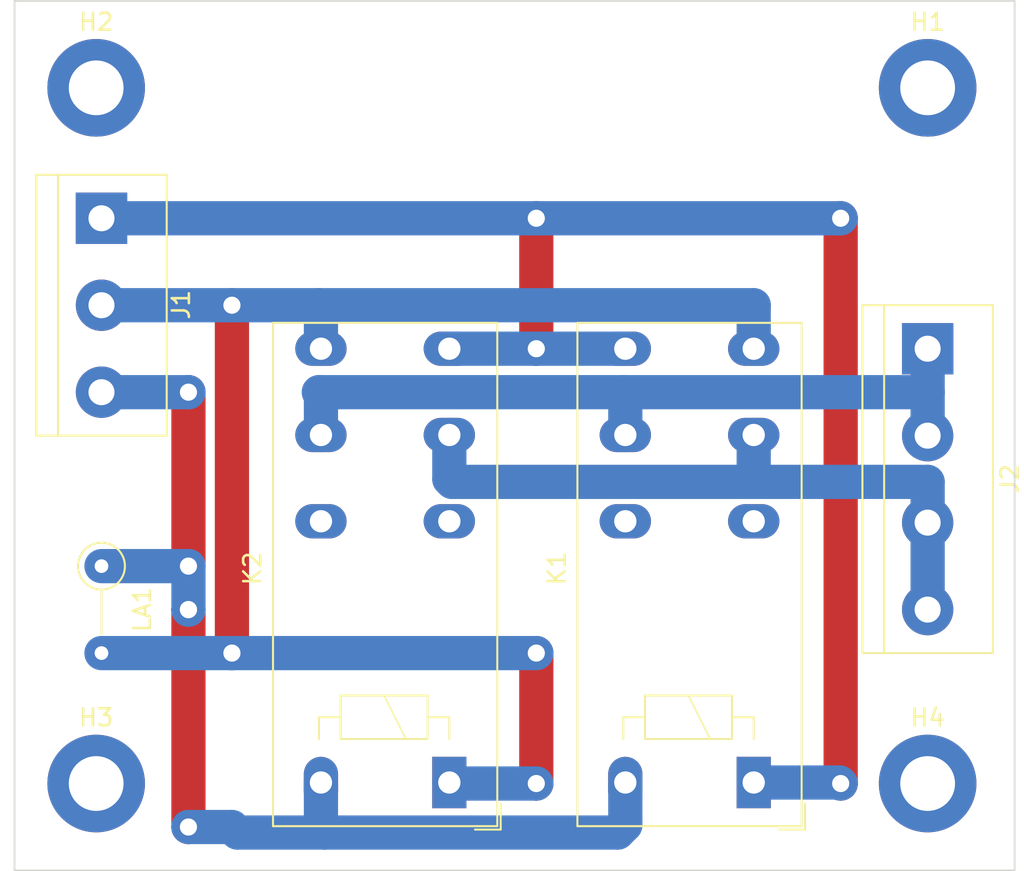
<source format=kicad_pcb>
(kicad_pcb (version 20240108) (generator "pcbnew") (generator_version "8.0")
  (layers (0 "F.Cu" signal) (31 "B.Cu" signal) (34 "B.Paste" user) (35 "F.Paste" user) (36 "B.SilkS" user "B.Silkscreen") (37 "F.SilkS" user "F.Silkscreen") (38 "B.Mask" user) (39 "F.Mask" user) (44 "Edge.Cuts" user))
  (net 0 "")
  (net 1 "/L1_OR_R3_IN")
  (net 2 "/N_IN")
  (net 3 "/E")
  (net 4 "/L1_OR_R3")
  (net 5 "/N")
  (footprint "Relay_THT:Relay_DPDT_Schrack-RT2-FormC_RM5mm" (layer "F.Cu") (at 86.36 81.22 90)
    (property "Reference" "K1" (at 12.5 -11.5 90) (layer "F.SilkS"))
    (property "Value" "RT424730")
    (fp_line (start 26.85 -10.3) (end -2.55 -10.3) (stroke (width 0.12)) (layer "F.SilkS"))
    (fp_line (start -2.55 -10.3) (end -2.55 2.8) (stroke (width 0.12)) (layer "F.SilkS"))
    (fp_line (start 3.81 -7.62) (end 2.54 -7.62) (stroke (width 0.12)) (layer "F.SilkS"))
    (fp_line (start 5.08 -6.35) (end 2.54 -6.35) (stroke (width 0.12)) (layer "F.SilkS"))
    (fp_line (start 3.81 -6.35) (end 3.81 -7.62) (stroke (width 0.12)) (layer "F.SilkS"))
    (fp_line (start 2.54 -6.35) (end 2.54 -1.27) (stroke (width 0.12)) (layer "F.SilkS"))
    (fp_line (start 2.54 -2.54) (end 5.08 -3.81) (stroke (width 0.1)) (layer "F.SilkS"))
    (fp_line (start 5.08 -1.27) (end 5.08 -6.35) (stroke (width 0.12)) (layer "F.SilkS"))
    (fp_line (start 3.81 -1.27) (end 5.08 -1.27) (stroke (width 0.12)) (layer "F.SilkS"))
    (fp_line (start 2.54 -1.27) (end 3.81 -1.27) (stroke (width 0.12)) (layer "F.SilkS"))
    (fp_line (start 3.81 0) (end 3.81 -1.27) (stroke (width 0.12)) (layer "F.SilkS"))
    (fp_line (start 2.54 0) (end 3.81 0) (stroke (width 0.12)) (layer "F.SilkS"))
    (fp_line (start -2.75 1.5) (end -2.75 3) (stroke (width 0.12)) (layer "F.SilkS"))
    (fp_line (start 26.85 2.8) (end 26.85 -10.3) (stroke (width 0.12)) (layer "F.SilkS"))
    (fp_line (start -2.55 2.8) (end 26.85 2.8) (stroke (width 0.12)) (layer "F.SilkS"))
    (fp_line (start -2.75 3) (end -1.25 3) (stroke (width 0.12)) (layer "F.SilkS"))
    (pad "11" thru_hole oval (at 20.3 0 270) (size 2 3) (drill 1.3) (layers "*.Cu" "*.Mask") (net 5 "/N"))
    (pad "12" thru_hole oval (at 15.26 0 270) (size 2 3) (drill 1.3) (layers "*.Cu" "*.Mask"))
    (pad "14" thru_hole oval (at 25.34 0 270) (size 2 3) (drill 1.3) (layers "*.Cu" "*.Mask") (net 2 "/N_IN"))
    (pad "21" thru_hole oval (at 20.3 -7.5 270) (size 2 3) (drill 1.3) (layers "*.Cu" "*.Mask") (net 4 "/L1_OR_R3"))
    (pad "22" thru_hole oval (at 15.26 -7.5 270) (size 2 3) (drill 1.3) (layers "*.Cu" "*.Mask"))
    (pad "24" thru_hole oval (at 25.34 -7.5 270) (size 2 3) (drill 1.3) (layers "*.Cu" "*.Mask") (net 1 "/L1_OR_R3_IN"))
    (pad "A1" thru_hole rect (at 0 0 270) (size 3 2) (drill 1.3) (layers "*.Cu" "*.Mask") (net 1 "/L1_OR_R3_IN"))
    (pad "A2" thru_hole oval (at 0 -7.5 270) (size 3 2) (drill 1.3) (layers "*.Cu" "*.Mask") (net 3 "/E"))
  )
  (footprint "TerminalBlock:TerminalBlock_bornier-3_P5.08mm" (layer "F.Cu") (at 48.26 48.26 -90)
    (property "Reference" "J1" (at 5.05 -4.65 90) (layer "F.SilkS"))
    (property "Value" "Screw_Terminal_01x03")
    (fp_line (start -2.54 3.81) (end 12.7 3.81) (stroke (width 0.12)) (layer "F.SilkS"))
    (fp_line (start -2.54 3.81) (end -2.54 -3.81) (stroke (width 0.12)) (layer "F.SilkS"))
    (fp_line (start 12.7 3.81) (end 12.7 -3.81) (stroke (width 0.12)) (layer "F.SilkS"))
    (fp_line (start -2.54 2.54) (end 12.7 2.54) (stroke (width 0.12)) (layer "F.SilkS"))
    (fp_line (start -2.54 -3.81) (end 12.7 -3.81) (stroke (width 0.12)) (layer "F.SilkS"))
    (pad "1" thru_hole rect (at 0 0 270) (size 3 3) (drill 1.52) (layers "*.Cu" "*.Mask") (net 1 "/L1_OR_R3_IN"))
    (pad "2" thru_hole circle (at 5.08 0 270) (size 3 3) (drill 1.52) (layers "*.Cu" "*.Mask") (net 2 "/N_IN"))
    (pad "3" thru_hole circle (at 10.16 0 270) (size 3 3) (drill 1.52) (layers "*.Cu" "*.Mask") (net 3 "/E"))
  )
  (footprint "Relay_THT:Relay_DPDT_Schrack-RT2-FormC_RM5mm" (layer "F.Cu") (at 68.58 81.22 90)
    (property "Reference" "K2" (at 12.5 -11.5 90) (layer "F.SilkS"))
    (property "Value" "RT424730")
    (fp_line (start 26.85 -10.3) (end -2.55 -10.3) (stroke (width 0.12)) (layer "F.SilkS"))
    (fp_line (start -2.55 -10.3) (end -2.55 2.8) (stroke (width 0.12)) (layer "F.SilkS"))
    (fp_line (start 3.81 -7.62) (end 2.54 -7.62) (stroke (width 0.12)) (layer "F.SilkS"))
    (fp_line (start 5.08 -6.35) (end 2.54 -6.35) (stroke (width 0.12)) (layer "F.SilkS"))
    (fp_line (start 3.81 -6.35) (end 3.81 -7.62) (stroke (width 0.12)) (layer "F.SilkS"))
    (fp_line (start 2.54 -6.35) (end 2.54 -1.27) (stroke (width 0.12)) (layer "F.SilkS"))
    (fp_line (start 2.54 -2.54) (end 5.08 -3.81) (stroke (width 0.1)) (layer "F.SilkS"))
    (fp_line (start 5.08 -1.27) (end 5.08 -6.35) (stroke (width 0.12)) (layer "F.SilkS"))
    (fp_line (start 3.81 -1.27) (end 5.08 -1.27) (stroke (width 0.12)) (layer "F.SilkS"))
    (fp_line (start 2.54 -1.27) (end 3.81 -1.27) (stroke (width 0.12)) (layer "F.SilkS"))
    (fp_line (start 3.81 0) (end 3.81 -1.27) (stroke (width 0.12)) (layer "F.SilkS"))
    (fp_line (start 2.54 0) (end 3.81 0) (stroke (width 0.12)) (layer "F.SilkS"))
    (fp_line (start -2.75 1.5) (end -2.75 3) (stroke (width 0.12)) (layer "F.SilkS"))
    (fp_line (start 26.85 2.8) (end 26.85 -10.3) (stroke (width 0.12)) (layer "F.SilkS"))
    (fp_line (start -2.55 2.8) (end 26.85 2.8) (stroke (width 0.12)) (layer "F.SilkS"))
    (fp_line (start -2.75 3) (end -1.25 3) (stroke (width 0.12)) (layer "F.SilkS"))
    (pad "11" thru_hole oval (at 20.3 0 270) (size 2 3) (drill 1.3) (layers "*.Cu" "*.Mask") (net 5 "/N"))
    (pad "12" thru_hole oval (at 15.26 0 270) (size 2 3) (drill 1.3) (layers "*.Cu" "*.Mask"))
    (pad "14" thru_hole oval (at 25.34 0 270) (size 2 3) (drill 1.3) (layers "*.Cu" "*.Mask") (net 1 "/L1_OR_R3_IN"))
    (pad "21" thru_hole oval (at 20.3 -7.5 270) (size 2 3) (drill 1.3) (layers "*.Cu" "*.Mask") (net 4 "/L1_OR_R3"))
    (pad "22" thru_hole oval (at 15.26 -7.5 270) (size 2 3) (drill 1.3) (layers "*.Cu" "*.Mask"))
    (pad "24" thru_hole oval (at 25.34 -7.5 270) (size 2 3) (drill 1.3) (layers "*.Cu" "*.Mask") (net 2 "/N_IN"))
    (pad "A1" thru_hole rect (at 0 0 270) (size 3 2) (drill 1.3) (layers "*.Cu" "*.Mask") (net 2 "/N_IN"))
    (pad "A2" thru_hole oval (at 0 -7.5 270) (size 3 2) (drill 1.3) (layers "*.Cu" "*.Mask") (net 3 "/E"))
  )
  (footprint "MountingHole:MountingHole_3.2mm_M3_ISO7380_Pad" (layer "F.Cu") (at 96.52 81.28)
    (property "Reference" "H4" (at 0 -3.85 0) (layer "F.SilkS"))
    (property "Value" "MountingHole")
    (pad "1" thru_hole circle (at 0 0) (size 5.7 5.7) (drill 3.2) (layers "*.Cu" "*.Mask"))
  )
  (footprint "MountingHole:MountingHole_3.2mm_M3_ISO7380_Pad" (layer "F.Cu") (at 96.52 40.64)
    (property "Reference" "H1" (at 0 -3.85 0) (layer "F.SilkS"))
    (property "Value" "MountingHole")
    (pad "1" thru_hole circle (at 0 0) (size 5.7 5.7) (drill 3.2) (layers "*.Cu" "*.Mask"))
  )
  (footprint "MountingHole:MountingHole_3.2mm_M3_ISO7380_Pad" (layer "F.Cu") (at 47.95 40.64)
    (property "Reference" "H2" (at 0 -3.85 0) (layer "F.SilkS"))
    (property "Value" "MountingHole")
    (pad "1" thru_hole circle (at 0 0) (size 5.7 5.7) (drill 3.2) (layers "*.Cu" "*.Mask"))
  )
  (footprint "TerminalBlock:TerminalBlock_bornier-4_P5.08mm" (layer "F.Cu") (at 96.52 55.88 -90)
    (property "Reference" "J2" (at 7.6 -4.8 90) (layer "F.SilkS"))
    (property "Value" "Screw_Terminal_01x04")
    (fp_line (start -2.54 3.81) (end 17.78 3.81) (stroke (width 0.12)) (layer "F.SilkS"))
    (fp_line (start 17.78 3.81) (end 17.78 -3.81) (stroke (width 0.12)) (layer "F.SilkS"))
    (fp_line (start 17.78 2.54) (end -2.54 2.54) (stroke (width 0.12)) (layer "F.SilkS"))
    (fp_line (start -2.54 -3.81) (end -2.54 3.81) (stroke (width 0.12)) (layer "F.SilkS"))
    (fp_line (start -2.54 -3.81) (end 17.78 -3.81) (stroke (width 0.12)) (layer "F.SilkS"))
    (pad "1" thru_hole rect (at 0 0 270) (size 3 3) (drill 1.52) (layers "*.Cu" "*.Mask") (net 4 "/L1_OR_R3"))
    (pad "2" thru_hole circle (at 5.08 0 270) (size 3 3) (drill 1.52) (layers "*.Cu" "*.Mask") (net 4 "/L1_OR_R3"))
    (pad "3" thru_hole circle (at 10.16 0 270) (size 3 3) (drill 1.52) (layers "*.Cu" "*.Mask") (net 5 "/N"))
    (pad "4" thru_hole circle (at 15.24 0 270) (size 3 3) (drill 1.52) (layers "*.Cu" "*.Mask") (net 5 "/N"))
  )
  (footprint "MountingHole:MountingHole_3.2mm_M3_ISO7380_Pad" (layer "F.Cu") (at 47.95 81.28)
    (property "Reference" "H3" (at 0 -3.85 0) (layer "F.SilkS"))
    (property "Value" "MountingHole")
    (pad "1" thru_hole circle (at 0 0) (size 5.7 5.7) (drill 3.2) (layers "*.Cu" "*.Mask"))
  )
  (footprint "For_Rasterboard:R_Axial_DIN0207_L6.3mm_D2.5mm_P5.08mm_Vertical" (layer "F.Cu") (at 48.26 68.58 -90)
    (property "Reference" "LA1" (at 2.54 -2.37 90) (layer "F.SilkS"))
    (property "Value" "Lamp")
    (fp_line (start 1.37 0) (end 3.98 0) (stroke (width 0.12)) (layer "F.SilkS"))
    (fp_circle (center 0 0) (end 1.37 0) (stroke (width 0.12)) (fill none) (layer "F.SilkS"))
    (pad "1" thru_hole circle (at 0 0 270) (size 1.6 1.6) (drill 0.8) (layers "*.Cu" "*.Mask") (net 3 "/E"))
    (pad "2" thru_hole oval (at 5.08 0 270) (size 1.6 1.6) (drill 0.8) (layers "*.Cu" "*.Mask") (net 2 "/N_IN"))
  )
  (gr_rect (start 43.18 35.56) (end 101.6 86.36) (stroke (width 0.1)) (fill none) (layer "Edge.Cuts"))
  (segment (start 73.66 55.88) (end 73.66 48.26) (width 2) (layer "F.Cu") (net 1))
  (segment (start 91.44 81.28) (end 91.44 48.26) (width 2) (layer "F.Cu") (net 1))
  (via (at 91.44 48.26) (size 2) (drill 1) (layers "F.Cu" "B.Cu") (net 1))
  (via (at 91.44 81.28) (size 2) (drill 1) (layers "F.Cu" "B.Cu") (net 1))
  (via (at 73.66 48.26) (size 2) (drill 1) (layers "F.Cu" "B.Cu") (net 1))
  (via (at 73.66 55.88) (size 2) (drill 1) (layers "F.Cu" "B.Cu") (net 1))
  (segment (start 86.36 81.22) (end 91.38 81.22) (width 2) (layer "B.Cu") (net 1))
  (segment (start 91.44 48.26) (end 73.66 48.26) (width 2) (layer "B.Cu") (net 1))
  (segment (start 91.38 81.22) (end 91.44 81.28) (width 2) (layer "B.Cu") (net 1))
  (segment (start 73.66 48.26) (end 48.26 48.26) (width 2) (layer "B.Cu") (net 1))
  (segment (start 78.86 55.88) (end 68.58 55.88) (width 2) (layer "B.Cu") (net 1))
  (segment (start 55.88 53.34) (end 55.88 73.66) (width 2) (layer "F.Cu") (net 2))
  (segment (start 73.66 73.66) (end 73.66 81.28) (width 2) (layer "F.Cu") (net 2))
  (via (at 55.88 73.66) (size 2) (drill 1) (layers "F.Cu" "B.Cu") (net 2))
  (via (at 73.66 73.66) (size 2) (drill 1) (layers "F.Cu" "B.Cu") (net 2))
  (via (at 55.88 53.34) (size 2) (drill 1) (layers "F.Cu" "B.Cu") (net 2))
  (via (at 73.66 81.28) (size 2) (drill 1) (layers "F.Cu" "B.Cu") (net 2))
  (segment (start 60.96 53.34) (end 86.36 53.34) (width 2) (layer "B.Cu") (net 2))
  (segment (start 61.08 55.88) (end 61.08 53.46) (width 2) (layer "B.Cu") (net 2))
  (segment (start 86.36 53.34) (end 86.36 55.88) (width 2) (layer "B.Cu") (net 2))
  (segment (start 55.88 73.66) (end 73.66 73.66) (width 2) (layer "B.Cu") (net 2))
  (segment (start 60.96 53.34) (end 48.26 53.34) (width 2) (layer "B.Cu") (net 2))
  (segment (start 73.66 81.28) (end 68.64 81.28) (width 2) (layer "B.Cu") (net 2))
  (segment (start 61.08 53.46) (end 60.96 53.34) (width 2) (layer "B.Cu") (net 2))
  (segment (start 55.88 73.66) (end 48.26 73.66) (width 2) (layer "B.Cu") (net 2))
  (segment (start 68.64 81.28) (end 68.58 81.22) (width 2) (layer "B.Cu") (net 2))
  (segment (start 53.34 71.12) (end 53.34 83.82) (width 2) (layer "F.Cu") (net 3))
  (segment (start 53.34 58.42) (end 53.34 68.58) (width 2) (layer "F.Cu") (net 3))
  (via (at 53.34 71.12) (size 2) (drill 1) (layers "F.Cu" "B.Cu") (net 3))
  (via (at 53.34 71.12) (size 2) (drill 1) (layers "F.Cu" "B.Cu") (net 3))
  (via (at 53.34 58.42) (size 2) (drill 1) (layers "F.Cu" "B.Cu") (net 3))
  (via (at 53.34 68.58) (size 2) (drill 1) (layers "F.Cu" "B.Cu") (net 3))
  (via (at 53.34 83.82) (size 2) (drill 1) (layers "F.Cu" "B.Cu") (net 3))
  (segment (start 55.88 83.82) (end 56.203783 84.143783) (width 2) (layer "B.Cu") (net 3))
  (segment (start 56.203783 84.143783) (end 61.283783 84.143783) (width 2) (layer "B.Cu") (net 3))
  (segment (start 78.86 83.7) (end 78.86 81.22) (width 2) (layer "B.Cu") (net 3))
  (segment (start 55.88 83.82) (end 53.34 83.82) (width 2) (layer "B.Cu") (net 3))
  (segment (start 53.34 58.42) (end 48.26 58.42) (width 2) (layer "B.Cu") (net 3))
  (segment (start 78.416217 84.143783) (end 78.86 83.7) (width 2) (layer "B.Cu") (net 3))
  (segment (start 61.283783 84.143783) (end 78.416217 84.143783) (width 2) (layer "B.Cu") (net 3))
  (segment (start 61.08 81.22) (end 61.08 83.94) (width 2) (layer "B.Cu") (net 3))
  (segment (start 53.34 68.58) (end 53.34 71.12) (width 2) (layer "B.Cu") (net 3))
  (segment (start 61.08 83.94) (end 61.283783 84.143783) (width 2) (layer "B.Cu") (net 3))
  (segment (start 53.34 68.58) (end 48.26 68.58) (width 2) (layer "B.Cu") (net 3))
  (segment (start 96.52 58.42) (end 96.52 55.88) (width 2) (layer "B.Cu") (net 4))
  (segment (start 96.52 58.42) (end 96.52 60.96) (width 2) (layer "B.Cu") (net 4))
  (segment (start 78.86 60.92) (end 78.86 58.54) (width 2) (layer "B.Cu") (net 4))
  (segment (start 78.74 58.42) (end 96.52 58.42) (width 2) (layer "B.Cu") (net 4))
  (segment (start 78.86 58.54) (end 78.74 58.42) (width 2) (layer "B.Cu") (net 4))
  (segment (start 60.96 58.42) (end 78.74 58.42) (width 2) (layer "B.Cu") (net 4))
  (segment (start 61.08 58.54) (end 60.96 58.42) (width 2) (layer "B.Cu") (net 4))
  (segment (start 61.08 60.92) (end 61.08 58.54) (width 2) (layer "B.Cu") (net 4))
  (segment (start 86.52 63.66) (end 96.52 63.66) (width 2) (layer "B.Cu") (net 5))
  (segment (start 86.36 60.92) (end 86.36 63.5) (width 2) (layer "B.Cu") (net 5))
  (segment (start 86.36 63.5) (end 86.52 63.66) (width 2) (layer "B.Cu") (net 5))
  (segment (start 68.58 63.5) (end 68.74 63.66) (width 2) (layer "B.Cu") (net 5))
  (segment (start 68.58 60.92) (end 68.58 63.5) (width 2) (layer "B.Cu") (net 5))
  (segment (start 96.52 63.66) (end 96.52 71.12) (width 2) (layer "B.Cu") (net 5))
  (segment (start 68.74 63.66) (end 86.52 63.66) (width 2) (layer "B.Cu") (net 5))
)
</source>
